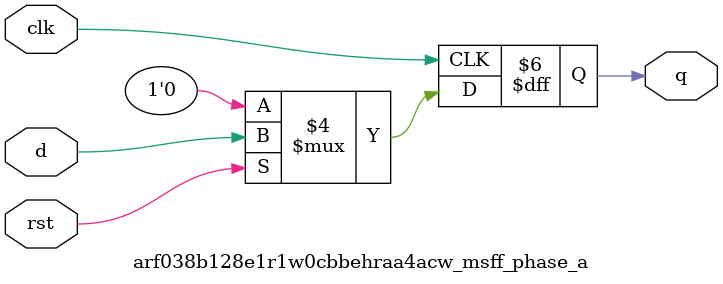
<source format=sv>
`ifndef ARF038B128E1R1W0CBBEHRAA4ACW_MSFF_PHASE_A_SV
`define ARF038B128E1R1W0CBBEHRAA4ACW_MSFF_PHASE_A_SV

module arf038b128e1r1w0cbbehraa4acw_msff_phase_a #
(
  parameter DWIDTH = 1
)
(
  input  logic [DWIDTH-1:0] d,
  input  logic clk,
  input  logic rst,
  output logic [DWIDTH-1:0] q
);

always_ff @ (posedge clk) begin
  if (~rst) begin
    q <= '0;
  end
  else begin
    q <= d;
  end
end

endmodule // arf038b128e1r1w0cbbehraa4acw_msff_phase_a

`endif // ARF038B128E1R1W0CBBEHRAA4ACW_MSFF_PHASE_A_SV
</source>
